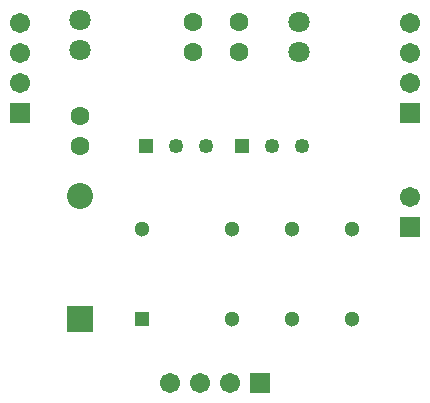
<source format=gbs>
G04*
G04 #@! TF.GenerationSoftware,Altium Limited,Altium Designer,21.6.1 (37)*
G04*
G04 Layer_Color=16711935*
%FSLAX25Y25*%
%MOIN*%
G70*
G04*
G04 #@! TF.SameCoordinates,52FEF336-61EC-4A20-BBB9-21C97B9F3EC8*
G04*
G04*
G04 #@! TF.FilePolarity,Negative*
G04*
G01*
G75*
%ADD15C,0.06312*%
%ADD16C,0.07099*%
%ADD17C,0.06706*%
%ADD18R,0.06706X0.06706*%
%ADD19C,0.05118*%
%ADD20R,0.05118X0.05118*%
%ADD21C,0.04934*%
%ADD22R,0.04934X0.04934*%
%ADD23R,0.06706X0.06706*%
%ADD24R,0.08674X0.08674*%
%ADD25C,0.08674*%
D15*
X83000Y120500D02*
D03*
Y130500D02*
D03*
X67500Y120500D02*
D03*
Y130500D02*
D03*
X30000Y99000D02*
D03*
Y89000D02*
D03*
D16*
X103000Y130500D02*
D03*
Y120500D02*
D03*
X30000Y131000D02*
D03*
Y121000D02*
D03*
D17*
X10000Y130000D02*
D03*
Y120000D02*
D03*
Y110000D02*
D03*
X140000Y130000D02*
D03*
Y120000D02*
D03*
Y110000D02*
D03*
Y72000D02*
D03*
X80000Y10000D02*
D03*
X70000D02*
D03*
X60000D02*
D03*
D18*
X10000Y100000D02*
D03*
X140000D02*
D03*
Y62000D02*
D03*
D19*
X120500Y61500D02*
D03*
Y31500D02*
D03*
X100500Y61500D02*
D03*
Y31500D02*
D03*
X80500Y61500D02*
D03*
Y31500D02*
D03*
X50500Y61500D02*
D03*
D20*
Y31500D02*
D03*
D21*
X104000Y89000D02*
D03*
X94000D02*
D03*
X72000D02*
D03*
X62000D02*
D03*
D22*
X84000D02*
D03*
X52000D02*
D03*
D23*
X90000Y10000D02*
D03*
D24*
X30000Y31409D02*
D03*
D25*
Y72591D02*
D03*
M02*

</source>
